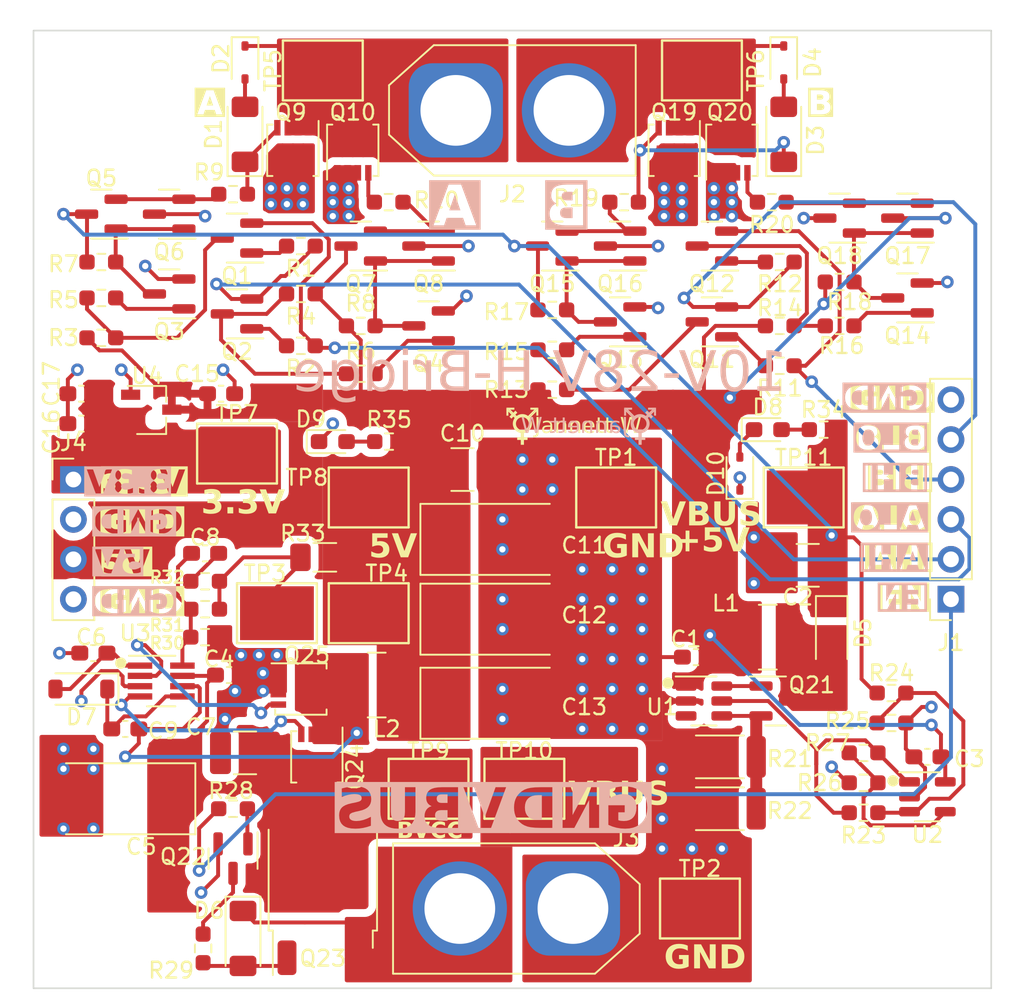
<source format=kicad_pcb>
(kicad_pcb (version 20221018) (generator pcbnew)
  (layers (0 "F.Cu" signal) (1 "In1.Cu" signal) (2 "In2.Cu" signal) (31 "B.Cu" signal) (34 "B.Paste" user) (35 "F.Paste" user) (36 "B.SilkS" user "B.Silkscreen") (37 "F.SilkS" user "F.Silkscreen") (38 "B.Mask" user) (39 "F.Mask" user) (44 "Edge.Cuts" user))
  (net 0 "")
  (net 1 "+5V")
  (net 2 "GND")
  (net 3 "VBUS+5V")
  (net 4 "/BUCK_VCC")
  (net 5 "+5.5V")
  (net 6 "/BUCK_FB")
  (net 7 "Net-(C8-Pad2)")
  (net 8 "Net-(D7-K)")
  (net 9 "/BUCK_SW")
  (net 10 "+3.3V")
  (net 11 "Net-(D1-K)")
  (net 12 "Net-(D1-A)")
  (net 13 "OUT_A")
  (net 14 "Net-(D3-K)")
  (net 15 "Net-(D3-A)")
  (net 16 "OUT_B")
  (net 17 "/BOOST_SW")
  (net 18 "VBUS")
  (net 19 "Net-(D6-A)")
  (net 20 "Net-(Q1-B)")
  (net 21 "LO_LOGIC_A")
  (net 22 "Net-(Q1-C)")
  (net 23 "Net-(Q2-B)")
  (net 24 "HI_LOGIC_A")
  (net 25 "Net-(Q2-C)")
  (net 26 "Net-(Q3-B)")
  (net 27 "Net-(Q3-C)")
  (net 28 "Net-(Q4-B)")
  (net 29 "Net-(Q4-C)")
  (net 30 "Net-(Q5-E)")
  (net 31 "Net-(Q7-E)")
  (net 32 "Net-(Q10-G)")
  (net 33 "Net-(Q11-B)")
  (net 34 "LO_LOGIC_B")
  (net 35 "Net-(Q11-C)")
  (net 36 "Net-(Q12-B)")
  (net 37 "HI_LOGIC_B")
  (net 38 "Net-(Q12-C)")
  (net 39 "Net-(Q13-B)")
  (net 40 "Net-(Q13-C)")
  (net 41 "Net-(Q14-B)")
  (net 42 "Net-(Q14-C)")
  (net 43 "Net-(Q15-E)")
  (net 44 "Net-(Q17-E)")
  (net 45 "Net-(Q20-G)")
  (net 46 "Net-(Q21-B)")
  (net 47 "Net-(Q21-E)")
  (net 48 "Net-(Q22-B)")
  (net 49 "Net-(Q22-C)")
  (net 50 "Net-(Q24-G)")
  (net 51 "Net-(Q25-G)")
  (net 52 "Net-(U2-+)")
  (net 53 "/BOOST_FB")
  (net 54 "Net-(U2--)")
  (net 55 "PWR_ENABLE")
  (net 56 "Net-(R31-Pad2)")
  (net 58 "Net-(D8-A)")
  (net 59 "Net-(D9-A)")
  (net 60 "Net-(D10-A)")
  (footprint "Resistor_SMD:R_2010_5025Metric" (layer "F.Cu") (at 145.288 100.33)
    (fp_text reference "R22")
    (fp_text value "0.39")
  )
  (footprint "Package_TO_SOT_SMD:SOT-23-5" (layer "F.Cu") (at 158.496 99.568)
    (fp_text reference "U2")
    (fp_text value "OPA344NA/250")
  )
  (footprint "LED_SMD:LED_0603_1608Metric_Pad1.05x0.95mm_HandSolder" (layer "F.Cu") (at 148.336 76.2)
    (fp_text reference "D8")
    (fp_text value "LED")
  )
  (footprint "Resistor_SMD:R_0603_1608Metric_Pad0.98x0.95mm_HandSolder" (layer "F.Cu") (at 114.3 61.214)
    (fp_text reference "R9")
    (fp_text value "1k")
  )
  (footprint "Connector_AMASS:AMASS_XT60-F_1x02_P7.20mm_Vertical" (layer "F.Cu") (at 135.934 106.68 180)
    (fp_text reference "J3")
    (fp_text value "XT60-F")
  )
  (footprint "Resistor_SMD:R_0603_1608Metric_Pad0.98x0.95mm_HandSolder" (layer "F.Cu") (at 105.918 65.532)
    (fp_text reference "R7")
    (fp_text value "10k")
  )
  (footprint "Package_TO_SOT_SMD:TO-252-2" (layer "F.Cu") (at 120.015 104.775 90)
    (fp_text reference "Q23")
    (fp_text value "QM6015D")
  )
  (footprint "Diode_SMD:D_MiniMELF" (layer "F.Cu") (at 115.062 57.404 90)
    (fp_text reference "D1")
    (fp_text value "BZV55B10")
  )
  (footprint "Resistor_SMD:R_0603_1608Metric_Pad0.98x0.95mm_HandSolder" (layer "F.Cu") (at 124.206 61.722 180)
    (fp_text reference "R10")
    (fp_text value "100")
  )
  (footprint "Capacitor_SMD:C_0603_1608Metric_Pad1.08x0.95mm_HandSolder" (layer "F.Cu") (at 158.496 97.028 180)
    (fp_text reference "C3")
    (fp_text value "0.1uF")
  )
  (footprint "Package_TO_SOT_SMD:SOT-23-8_Handsoldering" (layer "F.Cu") (at 109.728 92.202)
    (fp_text reference "U3")
    (fp_text value "RT8110BGJ8")
  )
  (footprint "Connector_AMASS:AMASS_XT60-M_1x02_P7.20mm_Vertical" (layer "F.Cu") (at 128.48 55.88)
    (fp_text reference "J2")
    (fp_text value "XT60-M")
  )
  (footprint "Resistor_SMD:R_0603_1608Metric_Pad0.98x0.95mm_HandSolder" (layer "F.Cu") (at 154.432 98.679)
    (fp_text reference "R26")
    (fp_text value "12k")
  )
  (footprint "Resistor_SMD:R_0603_1608Metric_Pad0.98x0.95mm_HandSolder" (layer "F.Cu") (at 122.428 72.644)
    (fp_text reference "R6")
    (fp_text value "10k")
  )
  (footprint "Diode_SMD:D_MiniMELF" (layer "F.Cu") (at 114.935 108.585 -90)
    (fp_text reference "D6")
    (fp_text value "BZV55B10")
  )
  (footprint "Resistor_SMD:R_0603_1608Metric_Pad0.98x0.95mm_HandSolder" (layer "F.Cu") (at 122.428 69.596)
    (fp_text reference "R8")
    (fp_text value "10k")
  )
  (footprint "Resistor_SMD:R_0603_1608Metric_Pad0.98x0.95mm_HandSolder" (layer "F.Cu") (at 124.233 76.962 180)
    (fp_text reference "R35")
    (fp_text value "1k")
  )
  (footprint "Package_TO_SOT_SMD:SOT-23" (layer "F.Cu") (at 114.554 64.008 180)
    (fp_text reference "Q1")
    (fp_text value "MMBT3904")
  )
  (footprint "Resistor_SMD:R_0603_1608Metric_Pad0.98x0.95mm_HandSolder" (layer "F.Cu") (at 154.432 96.774)
    (fp_text reference "R27")
    (fp_text value "3k")
  )
  (footprint "Jarrett_Footprint_Library:TestPoint_Keystone_5016_Compact" (layer "F.Cu") (at 122.936 87.884)
    (fp_text reference "TP4")
    (fp_text value "5016")
  )
  (footprint "Package_SO:Vishay_PowerPAK_1212-8_Single" (layer "F.Cu") (at 146.05 58.42 90)
    (fp_text reference "Q20")
    (fp_text value "SiS176LDN")
  )
  (footprint "Capacitor_Tantalum_SMD:CP_EIA-7343-43_Kemet-X_Pad2.25x2.55mm_HandSolder" (layer "F.Cu") (at 130.81 88.265)
    (fp_text reference "C12")
    (fp_text value "68uF")
  )
  (footprint "Package_SO:Vishay_PowerPAK_1212-8_Single" (layer "F.Cu") (at 119.634 97.028 -90)
    (fp_text reference "Q24")
    (fp_text value "SiS176LDN")
  )
  (footprint "Capacitor_SMD:C_0603_1608Metric_Pad1.08x0.95mm_HandSolder" (layer "F.Cu") (at 104.648 73.914 180)
    (fp_text reference "C17")
    (fp_text value "2.2uF")
  )
  (footprint "MountingHole:MountingHole_3.2mm_M3" (layer "F.Cu") (at 157.48 55.88)
    (fp_text reference "H2" hide)
    (fp_text value "MountingHole")
  )
  (footprint "Package_TO_SOT_SMD:SOT-23" (layer "F.Cu") (at 134.62 64.516 180)
    (fp_text reference "Q15")
    (fp_text value "MMBT3904")
  )
  (footprint "Resistor_SMD:R_0603_1608Metric_Pad0.98x0.95mm_HandSolder" (layer "F.Cu") (at 148.59 61.722 180)
    (fp_text reference "R20")
    (fp_text value "100")
  )
  (footprint "Package_TO_SOT_SMD:SOT-23" (layer "F.Cu") (at 122.428 64.516 180)
    (fp_text reference "Q7")
    (fp_text value "MMBT3904")
  )
  (footprint "Package_TO_SOT_SMD:SOT-23" (layer "F.Cu") (at 138.938 64.516 180)
    (fp_text reference "Q16")
    (fp_text value "MMBT3906")
  )
  (footprint "Capacitor_Tantalum_SMD:CP_EIA-7343-43_Kemet-X_Pad2.25x2.55mm_HandSolder" (layer "F.Cu") (at 130.81 93.615)
    (fp_text reference "C13")
    (fp_text value "68uF")
  )
  (footprint "Package_TO_SOT_SMD:SOT-23" (layer "F.Cu") (at 110.236 62.484 180)
    (fp_text reference "Q6")
    (fp_text value "MMBT3906")
  )
  (footprint "Resistor_SMD:R_0603_1608Metric_Pad0.98x0.95mm_HandSolder" (layer "F.Cu") (at 149.098 69.596)
    (fp_text reference "R14")
    (fp_text value "10k")
  )
  (footprint "Jarrett_Footprint_Library:TestPoint_Keystone_5016_Compact" (layer "F.Cu") (at 138.684 80.518)
    (fp_text reference "TP1")
    (fp_text value "5016")
  )
  (footprint "Capacitor_SMD:C_0603_1608Metric_Pad1.08x0.95mm_HandSolder" (layer "F.Cu") (at 113.538 73.914)
    (fp_text reference "C15")
    (fp_text value "0.1uF")
  )
  (footprint "Resistor_SMD:R_0603_1608Metric_Pad0.98x0.95mm_HandSolder" (layer "F.Cu") (at 105.918 70.358)
    (fp_text reference "R3")
    (fp_text value "10k")
  )
  (footprint "Diode_SMD:D_SOD-323" (layer "F.Cu") (at 146.558 78.994 90)
    (fp_text reference "D10")
    (fp_text value "1N4148WS")
  )
  (footprint "Jarrett_Footprint_Library:TestPoint_Keystone_5016_Compact" (layer "F.Cu") (at 117.094 87.884)
    (fp_text reference "TP3")
    (fp_text value "5016")
  )
  (footprint "Resistor_SMD:R_0603_1608Metric_Pad0.98x0.95mm_HandSolder" (layer "F.Cu") (at 112.522 89.408)
    (fp_text reference "R30")
    (fp_text value "15k")
  )
  (footprint "Resistor_SMD:R_0603_1608Metric_Pad0.98x0.95mm_HandSolder" (layer "F.Cu") (at 134.62 71.12)
    (fp_text reference "R15")
    (fp_text value "10k")
  )
  (footprint "Package_TO_SOT_SMD:SOT-23" (layer "F.Cu") (at 152.908 62.738 180)
    (fp_text reference "Q18")
    (fp_text value "MMBT3906")
  )
  (footprint "Package_TO_SOT_SMD:SOT-23-6" (layer "F.Cu") (at 144.272 93.472)
    (fp_text reference "U1")
    (fp_text value "ZXSC420E6TA")
  )
  (footprint "Capacitor_SMD:C_0603_1608Metric_Pad1.08x0.95mm_HandSolder" (layer "F.Cu") (at 114.046 91.821)
    (fp_text reference "C4")
    (fp_text value "0.1uF")
  )
  (footprint "Jarrett_Footprint_Library:Trans_Symbol" (layer "F.Cu") (at 132.715 75.819)
    (fp_text reference "SYMBOL2" hide)
    (fp_text value "~")
  )
  (footprint "Resistor_SMD:R_0603_1608Metric_Pad0.98x0.95mm_HandSolder" (layer "F.Cu") (at 156.21 92.964)
    (fp_text reference "R24")
    (fp_text value "12k")
  )
  (footprint "Package_SO:Vishay_PowerPAK_1212-8_Single" (layer "F.Cu") (at 118.11 58.42 -90)
    (fp_text reference "Q9")
    (fp_text value "SiS176LDN")
  )
  (footprint "Package_TO_SOT_SMD:SOT-23" (layer "F.Cu") (at 126.746 64.516 180)
    (fp_text reference "Q8")
    (fp_text value "MMBT3906")
  )
  (footprint "Diode_SMD:D_SOD-323" (layer "F.Cu") (at 149.352 52.832 -90)
    (fp_text reference "D4")
    (fp_text value "1N4148WS")
  )
  (footprint "Resistor_SMD:R_0603_1608Metric_Pad0.98x0.95mm_HandSolder" (layer "F.Cu") (at 152.908 69.596)
    (fp_text reference "R16")
    (fp_text value "10k")
  )
  (footprint "Jarrett_Footprint_Library:TestPoint_Keystone_5016_Compact" (layer "F.Cu") (at 144.018 106.68)
    (fp_text reference "TP2")
    (fp_text value "5016")
  )
  (footprint "Resistor_SMD:R_0603_1608Metric_Pad0.98x0.95mm_HandSolder" (layer "F.Cu") (at 112.522 85.852)
    (fp_text reference "R32")
    (fp_text value "20k")
  )
  (footprint "Resistor_SMD:R_0603_1608Metric_Pad0.98x0.95mm_HandSolder" (layer "F.Cu") (at 152.908 66.802)
    (fp_text reference "R18")
    (fp_text value "10k")
  )
  (footprint "Connector_PinSocket_2.54mm:PinSocket_1x06_P2.54mm_Vertical" (layer "F.Cu") (at 159.995 86.995 180)
    (fp_text reference "J1")
    (fp_text value "Conn_01x06")
  )
  (footprint "Resistor_SMD:R_0603_1608Metric_Pad0.98x0.95mm_HandSolder" (layer "F.Cu") (at 149.098 65.532 180)
    (fp_text reference "R12")
    (fp_text value "10k")
  )
  (footprint "Package_TO_SOT_SMD:SOT-23" (layer "F.Cu") (at 157.226 62.738 180)
    (fp_text reference "Q17")
    (fp_text value "MMBT3904")
  )
  (footprint "Diode_SMD:D_SOD-323" (layer "F.Cu") (at 115.062 52.832 -90)
    (fp_text reference "D2")
    (fp_text value "1N4148WS")
  )
  (footprint "Diode_SMD:D_SOD-123" (layer "F.Cu") (at 104.648 92.71 180)
    (fp_text reference "D7")
    (fp_text value "MBR0540")
  )
  (footprint "Inductor_SMD:L_Coilcraft_LPS4018" (layer "F.Cu") (at 148.336 89.408)
    (fp_text reference "L1")
    (fp_text value "4.7uH")
  )
  (footprint "Capacitor_Tantalum_SMD:CP_EIA-7343-43_Kemet-X_Pad2.25x2.55mm_HandSolder" (layer "F.Cu") (at 130.81 83.185)
    (fp_text reference "C11")
    (fp_text value "68uF")
  )
  (footprint "Resistor_SMD:R_0603_1608Metric_Pad0.98x0.95mm_HandSolder" (layer "F.Cu") (at 134.62 73.66)
    (fp_text reference "R13")
    (fp_text value "10k")
  )
  (footprint "Capacitor_SMD:C_0603_1608Metric_Pad1.08x0.95mm_HandSolder" (layer "F.Cu") (at 104.648 75.819 180)
    (fp_text reference "C16")
    (fp_text value "0.1uF")
  )
  (footprint "Resistor_SMD:R_0603_1608Metric_Pad0.98x0.95mm_HandSolder" (layer "F.Cu") (at 139.192 61.722)
    (fp_text reference "R19")
    (fp_text value "1k")
  )
  (footprint "Jarrett_Footprint_Library:TestPoint_Keystone_5016_Compact" (layer "F.Cu") (at 150.622 80.518)
    (fp_text reference "TP11")
    (fp_text value "5016")
  )
  (footprint "Resistor_SMD:R_0603_1608Metric_Pad0.98x0.95mm_HandSolder" (layer "F.Cu") (at 118.618 70.866 180)
    (fp_text reference "R2")
    (fp_text value "10k")
  )
  (footprint "Resistor_SMD:R_0603_1608Metric_Pad0.98x0.95mm_HandSolder" (layer "F.Cu") (at 114.3 100.33 180)
    (fp_text reference "R28")
    (fp_text value "10k")
  )
  (footprint "Resistor_SMD:R_0603_1608Metric_Pad0.98x0.95mm_HandSolder" (layer "F.Cu") (at 112.522 87.63)
    (fp_text reference "R31")
    (fp_text value "47k")
  )
  (footprint "Resistor_SMD:R_0603_1608Metric_Pad0.98x0.95mm_HandSolder" (layer "F.Cu") (at 118.618 67.564 180)
    (fp_text reference "R4")
    (fp_text value "10k")
  )
  (footprint "Capacitor_SMD:C_1210_3225Metric_Pad1.33x2.70mm_HandSolder" (layer "F.Cu") (at 128.905 78.74)
    (fp_text reference "C10")
    (fp_text value "22uF")
  )
  (footprint "Resistor_SMD:R_2010_5025Metric" (layer "F.Cu") (at 145.288 97.028)
    (fp_text reference "R21")
    (fp_text value "0.39")
  )
  (footprint "Resistor_SMD:R_0603_1608Metric_Pad0.98x0.95mm_HandSolder" (layer "F.Cu") (at 156.21 94.869)
    (fp_text reference "R25")
    (fp_text value "3k")
  )
  (footprint "Resistor_SMD:R_0603_1608Metric_Pad0.98x0.95mm_HandSolder" (layer "F.Cu") (at 149.098 72.136 180)
    (fp_text reference "R11")
    (fp_text value "10k")
  )
  (footprint "Connector_PinHeader_2.54mm:PinHeader_1x04_P2.54mm_Vertical" (layer "F.Cu") (at 104.14 79.375)
    (fp_text reference "J4")
    (fp_text value "Conn_01x04")
  )
  (footprint "Diode_SMD:D_SOD-123" (layer "F.Cu") (at 152.4 89.154 -90)
    (fp_text reference "D5")
    (fp_text value "MBR0540")
  )
  (footprint "Resistor_SMD:R_0603_1608Metric_Pad0.98x0.95mm_HandSolder" (layer "F.Cu") (at 151.892 76.2 180)
    (fp_text reference "R34")
    (fp_text value "1k")
  )
  (footprint "Package_SO:Vishay_PowerPAK_1212-8_Single" (layer "F.Cu") (at 121.92 58.42 90)
    (fp_text reference "Q10")
    (fp_text value "SiS176LDN")
  )
  (footprint "Resistor_SMD:R_0603_1608Metric_Pad0.98x0.95mm_HandSolder" (layer "F.Cu") (at 112.395 109.22 90)
    (fp_text reference "R29")
    (fp_text value "10k")
  )
  (footprint "Package_TO_SOT_SMD:TSOT-23" (layer "F.Cu") (at 109.093 74.93)
    (fp_text reference "U4")
    (fp_text value "AP2138N-3.3TRG1")
  )
  (footprint "Jarrett_Footprint_Library:TestPoint_Keystone_5016_Compact" (layer "F.Cu") (at 122.936 80.518)
    (fp_text reference "TP8")
    (fp_text value "5016")
  )
  (footprint "Diode_SMD:D_MiniMELF" (layer "F.Cu") (at 149.352 57.404 90)
    (fp_text reference "D3")
    (fp_text value "BZV55B10")
  )
  (footprint "Resistor_SMD:R_0603_1608Metric_Pad0.98x0.95mm_HandSolder" (layer "F.Cu") (at 134.62 68.58)
    (fp_text reference "R17")
    (fp_text value "10k")
  )
  (footprint "Inductor_SMD:L_Coilcraft_LPS4018" (layer "F.Cu") (at 123.444 92.456)
    (fp_text reference "L2")
    (fp_text value "4.7uH")
  )
  (footprint "Capacitor_SMD:C_0603_1608Metric_Pad1.08x0.95mm_HandSolder" (layer "F.Cu") (at 107.442 95.25)
    (fp_text reference "C9")
    (fp_text value "0.1uF")
  )
  (footprint "Capacitor_SMD:C_1210_3225Metric_Pad1.33x2.70mm_HandSolder" (layer "F.Cu") (at 115.062 96.774 180)
    (fp_text reference "C7")
    (fp_text value "22uF")
  )
  (footprint "Jarrett_Footprint_Library:TestPoint_Keystone_5016_Compact" (layer "F.Cu") (at 114.554 77.724)
    (fp_text reference "TP7")
    (fp_text value "5016")
  )
  (footprint "MountingHole:MountingHole_3.2mm_M3" (layer "F.Cu") (at 157.48 106.68)
    (fp_text reference "H4" hide)
    (fp_text value "MountingHole")
  )
  (footprint "Package_TO_SOT_SMD:SOT-23" (layer "F.Cu") (at 138.938 69.342 180)
    (fp_text reference "Q13")
    (fp_text value "MMBT3904")
  )
  (footprint "Package_TO_SOT_SMD:SOT-23" (layer "F.Cu") (at 114.554 68.834 180)
    (fp_text reference "Q2")
    (fp_text value "MMBT3904")
  )
  (footprint "Package_SO:Vishay_PowerPAK_1212-8_Single" (layer "F.Cu") (at 118.618 92.71)
    (fp_text reference "Q25")
    (fp_text value "SiS176LDN")
  )
  (footprint "Jarrett_Footprint_Library:TestPoint_Keystone_5016_Compact" (layer "F.Cu") (at 144.145 53.34)
    (fp_text reference "TP6")
    (fp_text value "5016")
  )
  (footprint "Resistor_SMD:R_0603_1608Metric_Pad0.98x0.95mm_HandSolder" (layer "F.Cu") (at 105.918 67.818)
    (fp_text reference "R5")
    (fp_text value "10k")
  )
  (footprint "Package_TO_SOT_SMD:SOT-23" (layer "F.Cu") (at 126.746 69.596 180)
    (fp_text reference "Q4")
    (fp_text value "MMBT3904")
  )
  (footprint "Package_SO:Vishay_PowerPAK_1212-8_Single" (layer "F.Cu") (at 142.38 58.42 -90)
    (fp_text reference "Q19")
    (fp_text value "SiS176LDN")
  )
  (footprint "Capacitor_SMD:C_1210_3225Metric_Pad1.33x2.70mm_HandSolder" (layer "F.Cu") (at 150.876 84.836 180)
    (fp_text reference "C2")
    (fp_text value "22uF")
  )
  (footprint "Capacitor_SMD:C_0603_1608Metric_Pad1.08x0.95mm_HandSolder" (layer "F.Cu") (at 105.41 90.424 180)
    (fp_text reference "C6")
    (fp_text value "2.2uF")
  )
  (footprint "Resistor_SMD:R_0603_1608Metric_Pad0.98x0.95mm_HandSolder" (layer "F.Cu") (at 118.618 64.516 180)
    (fp_text reference "R1")
    (fp_text value "10k")
  )
  (footprint "Package_TO_SOT_SMD:SOT-23" (layer "F.Cu") (at 144.78 69.342 180)
    (fp_text reference "Q11")
    (fp_text value "MMBT3904")
  )
  (footprint "MountingHole:MountingHole_3.2mm_M3" (layer "F.Cu") (at 106.68 106.68)
    (fp_text reference "H3" hide)
    (fp_text value "MountingHole")
  )
  (footprint "LED_SMD:LED_0603_1608Metric_Pad1.05x0.95mm_HandSolder" (layer "F.Cu") (at 120.65 76.962)
    (fp_text reference "D9")
    (fp_text value "LED")
  )
  (footprint "Capacitor_SMD:C_0603_1608Metric_Pad1.08x0.95mm_HandSolder" (layer "F.Cu") (at 112.522 84.074)
    (fp_text reference "C8")
    (fp_text value "20pF")
  )
  (footprint "Resistor_SMD:R_0603_1608Metric_Pad0.98x0.95mm_HandSolder" (layer "F.Cu") (at 154.432 100.584 180)
    (fp_text reference "R23")
    (fp_text value "0")
  )
  (footprint "Package_TO_SOT_SMD:SOT-23" (layer "F.Cu") (at 148.844 93.472)
    (fp_text reference "Q21")
    (fp_text value "MMBT3904")
  )
  (footprint "Resistor_SMD:R_1206_3216Metric_Pad1.30x1.75mm_HandSolder" (layer "F.Cu") (at 120.142 84.328)
    (fp_text reference "R33")
    (fp_text value "20")
  )
  (footprint "Package_TO_SOT_SMD:SOT-23" (layer "F.Cu") (at 114.3 103.505 -90)
    (fp_text reference "Q22")
    (fp_text value "MMBT3904")
  )
  (footprint "Capacitor_Tantalum_SMD:CP_EIA-7343-43_Kemet-X_Pad2.25x2.55mm_HandSolder" (layer "F.Cu") (at 107.315 99.695 180)
    (fp_text reference "C5")
    (fp_text value "47uF")
  )
  (footprint "Package_TO_SOT_SMD:SOT-23" (layer "F.Cu") (at 105.918 62.484 180)
    (fp_text reference "Q5")
    (fp_text value "MMBT3904")
  )
  (footprint "Jarrett_Footprint_Library:TestPoint_Keystone_5016_Compact" (layer "F.Cu") (at 120.015 53.34)
    (fp_text reference "TP5")
    (fp_text value "5016")
  )
  (footprint "Package_TO_SOT_SMD:SOT-23" (layer "F.Cu") (at 157.226 67.818 180)
    (fp_text reference "Q14")
    (fp_text value "MMBT3904")
  )
  (footprint "Jarrett_Footprint_Library:TestPoint_Keystone_5016_Compact" (layer "F.Cu") (at 126.746 99.06)
    (fp_text reference "TP9")
    (fp_text value "5016")
  )
  (footprint "Jarrett_Footprint_Library:TestPoint_Keystone_5016_Compact" (layer "F.Cu") (at 132.842 99.06)
    (fp_text reference "TP10")
    (fp_text value "5016")
  )
  (footprint "Package_TO_SOT_SMD:SOT-23" (layer "F.Cu") (at 144.78 64.516 180)
    (fp_text reference "Q12")
    (fp_text value "MMBT3904")
  )
  (footprint "Package_TO_SOT_SMD:SOT-23" (layer "F.Cu") (at 110.236 67.564 180)
    (fp_text reference "Q3")
    (fp_text value "MMBT3904")
  )
  (footprint "MountingHole:MountingHole_3.2mm_M3" (layer "F.Cu") (at 106.68 55.88)
    (fp_text reference "H1" hide)
    (fp_text value "MountingHole")
  )
  (footprint "Capacitor_SMD:C_0603_1608Metric_Pad1.08x0.95mm_HandSolder" (layer "F.Cu") (at 143.764 90.678 180)
    (fp_text reference "C1")
    (fp_text value "2.2uF")
  )
  (footprint "Jarrett_Footprint_Library:Trans_Symbol" (layer "B.Cu") (at 140.208 75.819 180)
    (fp_text reference "SYMBOL1" hide)
    (fp_text value "~")
  )
  (gr_circle (center 156.307019 98.552) (end 156.591 98.552) (stroke (width 0.15)) (fill solid) (layer "F.SilkS"))
  (gr_circle (center 141.986 92.329) (end 142.269981 92.329) (stroke (width 0.15)) (fill solid) (layer "F.SilkS"))
  (gr_circle (center 107.158019 91.059) (end 107.442 91.059) (stroke (width 0.15)) (fill solid) (layer "F.SilkS"))
  (gr_rect (start 101.6 50.8) (end 162.56 111.76) (stroke (width 0.1)) (fill none) (layer "Edge.Cuts"))
  (gr_text "5V" (at 108.585 85.598) (layer "B.SilkS" knockout) (effects (font (size 1.5 1.5) (thickness 0.3) bold) (justify left bottom mirror)))
  (gr_text "GND" (at 110.617 83.058) (layer "B.SilkS" knockout) (effects (font (size 1.5 1.5) (thickness 0.3) bold) (justify left bottom mirror)))
  (gr_text "GND" (at 140.843 101.981) (layer "B.SilkS" knockout) (effects (font (size 2.54 2.54) (thickness 0.3) bold) (justify left bottom mirror)))
  (gr_text "GND" (at 110.617 88.138) (layer "B.SilkS" knockout) (effects (font (size 1.5 1.5) (thickness 0.3) bold) (justify left bottom mirror)))
  (gr_text "EN" (at 158.496 87.884) (layer "B.SilkS" knockout) (effects (font (size 1.5 1.5) (thickness 0.3) bold) (justify left bottom mirror)))
  (gr_text "B" (at 136.906 63.627) (layer "B.SilkS" knockout) (effects (font (size 2.54 2.54) (thickness 0.3) bold) (justify left bottom mirror)))
  (gr_text "ALO" (at 158.369 82.804) (layer "B.SilkS" knockout) (effects (font (size 1.5 1.5) (thickness 0.3) bold) (justify left bottom mirror)))
  (gr_text "A" (at 129.794 63.627) (layer "B.SilkS" knockout) (effects (font (size 2.54 2.54) (thickness 0.3) bold) (justify left bottom mirror)))
  (gr_text "BLO" (at 158.496 77.724) (layer "B.SilkS" knockout) (effects (font (size 1.5 1.5) (thickness 0.3) bold) (justify left bottom mirror)))
  (gr_text "3.3V" (at 110.327084 80.518) (layer "B.SilkS" knockout) (effects (font (size 1.5 1.5) (thickness 0.3) bold) (justify left bottom mirror)))
  (gr_text "AHI" (at 158.369 85.344) (layer "B.SilkS" knockout) (effects (font (size 1.5 1.5) (thickness 0.3) bold) (justify left bottom mirror)))
  (gr_text "Jannett W" (at 139.446 76.581) (layer "B.SilkS") (effects (font (size 1 1)) (justify left bottom mirror)))
  (gr_text "GND" (at 158.369 75.184) (layer "B.SilkS" knockout) (effects (font (size 1.5 1.5) (thickness 0.3) bold) (justify left bottom mirror)))
  (gr_text "BHI" (at 158.496 80.264) (layer "B.SilkS" knockout) (effects (font (size 1.5 1.5) (thickness 0.3) bold) (justify left bottom mirror)))
  (gr_text "10V-28V H-Bridge" (at 149.606 74.168) (layer "B.SilkS") (effects (font (size 2.54 2.54) (thickness 0.15) italic) (justify left bottom mirror)))
  (gr_text "VBUS" (at 131.699 101.981) (layer "B.SilkS" knockout) (effects (font (size 2.54 2.54) (thickness 0.3) bold) (justify left bottom mirror)))
  (gr_text "BHI" (at 154.686 80.264) (layer "F.SilkS" knockout) (effects (font (size 1.5 1.5) (thickness 0.3) bold) (justify left bottom)))
  (gr_text "+5V" (at 147.193 84.201) (layer "F.SilkS") (effects (font (size 1.5 1.5) (thickness 0.3) bold) (justify right bottom)))
  (gr_text "AHI" (at 154.686 85.344) (layer "F.SilkS" knockout) (effects (font (size 1.5 1.5) (thickness 0.3) bold) (justify left bottom)))
  (gr_text "GND" (at 105.918 83.058) (layer "F.SilkS" knockout) (effects (font (size 1.5 1.5) (thickness 0.3) bold) (justify left bottom)))
  (gr_text "3.3V" (at 112.268 81.788) (layer "F.SilkS") (effects (font (size 1.5 1.5) (thickness 0.3) bold) (justify left bottom)))
  (gr_text "GND" (at 141.732 110.744) (layer "F.SilkS") (effects (font (size 1.5 1.5) (thickness 0.3) bold) (justify left bottom)))
  (gr_text "VBUS" (at 135.636 100.33) (layer "F.SilkS") (effects (font (size 1.5 1.5) (thickness 0.3) bold) (justify left bottom)))
  (gr_text "Jannett W" (at 133.477 76.581) (layer "F.SilkS") (effects (font (size 1 1)) (justify left bottom)))
  (gr_text "B" (at 150.876 56.388) (layer "F.SilkS" knockout) (effects (font (size 1.5 1.5) (thickness 0.3) bold) (justify left bottom)))
  (gr_text "GND" (at 153.67 75.184) (layer "F.SilkS" knockout) (effects (font (size 1.5 1.5) (thickness 0.3) bold) (justify left bottom)))
  (gr_text "GND" (at 105.918 88.138) (layer "F.SilkS" knockout) (effects (font (size 1.5 1.5) (thickness 0.3) bold) (justify left bottom)))
  (gr_text "EN" (at 155.448 87.884) (layer "F.SilkS" knockout) (effects (font (size 1.5 1.5) (thickness 0.3) bold) (justify left bottom)))
  (gr_text "5V" (at 105.918 85.598) (layer "F.SilkS" knockout) (effects (font (size 1.5 1.5) (thickness 0.3) bold) (justify left bottom)))
  (gr_text "BVCC" (at 124.714 102.362) (layer "F.SilkS") (effects (font (size 1.016 1.016) (thickness 0.254) bold) (justify left bottom)))
  (gr_text "3.3V" (at 105.918 80.518) (layer "F.SilkS" knockout) (effects (font (size 1.5 1.5) (thickness 0.3) bold) (justify left bottom)))
  (gr_text "A" (at 112.014 56.388) (layer "F.SilkS" knockout) (effects (font (size 1.5 1.5) (thickness 0.3) bold) (justify left bottom)))
  (gr_text "VBUS" (at 147.955 82.55) (layer "F.SilkS") (effects (font (size 1.5 1.5) (thickness 0.3) bold) (justify right bottom)))
  (gr_text "GND" (at 137.795 84.582) (layer "F.SilkS") (effects (font (size 1.5 1.5) (thickness 0.3) bold) (justify left bottom)))
  (gr_text "5V" (at 122.936 84.582) (layer "F.SilkS") (effects (font (size 1.5 1.5) (thickness 0.3) bold) (justify left bottom)))
  (gr_text "BLO" (at 153.924 77.724) (layer "F.SilkS" knockout) (effects (font (size 1.5 1.5) (thickness 0.3) bold) (justify left bottom)))
  (gr_text "ALO" (at 153.924 82.804) (layer "F.SilkS" knockout) (effects (font (size 1.5 1.5) (thickness 0.3) bold) (justify left bottom)))
  (segment (start 159.3585 97.028) (end 159.3585 95.6045) (width 0.25) (layer "F.Cu") (net 1))
  (segment (start 156.2885 62.738) (end 159.639 62.738) (width 0.25) (layer "F.Cu") (net 1))
  (segment (start 151.9955 66.802) (end 151.9955 68.0955) (width 0.25) (layer "F.Cu") (net 1))
  (segment (start 151.9955 68.0955) (end 151.892 68.199) (width 0.25) (layer "F.Cu") (net 1))
  (segment (start 121.4905 64.516) (end 121.4905 65.604) (width 0.25) (layer "F.Cu") (net 1))
  (segment (start 105.0055 70.358) (end 105.8055 71.158) (width 0.25) (layer "F.Cu") (net 1))
  (segment (start 122.428 70.5085) (end 122.428 74.295) (width 0.25) (layer "F.Cu") (net 1))
  (segment (start 105.8055 71.158) (end 107.226 71.158) (width 0.25) (layer "F.Cu") (net 1))
  (segment (start 159.6335 97.303) (end 159.3585 97.028) (width 0.25) (layer "F.Cu") (net 1))
  (segment (start 121.4905 65.604) (end 119.5305 67.564) (width 0.25) (layer "F.Cu") (net 1))
  (segment (start 145.004249 69.596) (end 144.272 70.328249) (width 0.25) (layer "F.Cu") (net 1))
  (segment (start 107.226 71.158) (end 109.474 73.406) (width 0.25) (layer "F.Cu") (net 1))
  (segment (start 121.5155 69.549) (end 119.5305 67.564) (width 0.25) (layer "F.Cu") (net 1))
  (segment (start 148.1855 69.596) (end 145.004249 69.596) (width 0.25) (layer "F.Cu") (net 1))
  (segment (start 144.272 70.328249) (end 144.272 73.914) (width 0.25) (layer "F.Cu") (net 1))
  (segment (start 121.5155 69.596) (end 122.428 70.5085) (width 0.25) (layer "F.Cu") (net 1))
  (segment (start 159.3585 95.6045) (end 158.75 94.996) (width 0.25) (layer "F.Cu") (net 1))
  (segment (start 121.5155 69.596) (end 121.5155 69.549) (width 0.25) (layer "F.Cu") (net 1))
  (segment (start 159.6335 98.618) (end 159.6335 97.303) (width 0.25) (layer "F.Cu") (net 1))
  (via (at 144.653 89.281) (size 0.8) (drill 0.4) (layers "F.Cu" "B.Cu") (net 1))
  (via (at 145.923 74.168) (size 0.8) (drill 0.4) (layers "F.Cu" "B.Cu") (net 1))
  (via (at 151.892 68.199) (size 0.8) (drill 0.4) (layers "F.Cu" "B.Cu") (net 1))
  (via (at 159.639 62.738) (size 0.8) (drill 0.4) (layers "F.Cu" "B.Cu") (net 1))
  (via (at 158.75 94.996) (size 0.8) (drill 0.4) (layers "F.Cu" "B.Cu") (net 1))
  (segment (start 145.923 74.168) (end 157.353 62.738) (width 0.25) (layer "B.Cu") (net 1))
  (segment (start 158.75 94.996) (end 150.368 94.996) (width 0.25) (layer "B.Cu") (net 1))
  (segment (start 150.368 94.996) (end 144.653 89.281) (width 0.25) (layer "B.Cu") (net 1))
  (segment (start 157.353 62.738) (end 159.639 62.738) (width 0.25) (layer "B.Cu") (net 1))
  (segment (start 114.4005 73.914) (end 114.4005 73.1255) (width 0.25) (layer "F.Cu") (net 2))
  (segment (start 107.783 73.98) (end 107.783 72.985) (width 0.25) (layer "F.Cu") (net 2))
  (segment (start 125.8085 64.516) (end 129.286 64.516) (width 0.25) (layer "F.Cu") (net 2))
  (segment (start 106.934 91.567) (end 105.918 91.567) (width 0.25) (layer "F.Cu") (net 2))
  (segment (start 158.1385 93.853) (end 157.1225 94.869) (width 0.25) (layer "F.Cu") (net 2))
  (segment (start 113.35 104.582) (end 112.268 105.664) (width 0.25) (layer "F.Cu") (net 2))
  (segment (start 138.0005 64.516) (end 141.351 64.516) (width 0.25) (layer "F.Cu") (net 2))
  (segment (start 120.65 76.087) (end 119.775 76.962) (width 0.25) (layer "F.Cu") (net 2))
  (segment (start 141.29 68.392) (end 141.351 68.453) (width 0.25) (layer "F.Cu") (net 2))
  (segment (start 109.54 66.614) (end 108.712 65.786) (width 0.25) (layer "F.Cu") (net 2))
  (segment (start 104.648 92.837) (end 104.648 93.472) (width 0.25) (layer "F.Cu") (net 2))
  (segment (start 104.5475 90.424) (end 103.251 90.424) (width 0.25) (layer "F.Cu") (net 2))
  (segment (start 105.918 91.567) (end 104.648 92.837) (width 0.25) (layer "F.Cu") (net 2))
  (segment (start 113.35 102.5675) (end 113.35 104.582) (width 0.25) (layer "F.Cu") (net 2))
  (segment (start 158.346 98.964751) (end 158.346 97.7405) (width 0.25) (layer "F.Cu") (net 2))
  (segment (start 103.7855 72.9985) (end 104.394 72.39) (width 0.25) (layer "F.Cu") (net 2))
  (segment (start 120.65 75.819) (end 120.65 76.087) (width 0.25) (layer "F.Cu") (net 2))
  (segment (start 114.4005 73.1255) (end 113.665 72.39) (width 0.25) (layer "F.Cu") (net 2))
  (segment (start 111.1735 66.614) (end 109.54 66.614) (width 0.25) (layer "F.Cu") (net 2))
  (segment (start 107.408 92.532) (end 107.273 92.397) (width 0.25) (layer "F.Cu") (net 2))
  (segment (start 142.9015 90.678) (end 141.224 90.678) (width 0.25) (layer "F.Cu") (net 2))
  (segment (start 157.1225 96.517) (end 157.6335 97.028) (width 0.25) (layer "F.Cu") (net 2))
  (segment (start 139.8755 68.392) (end 141.29 68.392) (width 0.25) (layer "F.Cu") (net 2))
  (segment (start 159.7 66.868) (end 159.766 66.802) (width 0.25) (layer "F.Cu") (net 2))
  (segment (start 151.9705 62.738) (end 150.622 62.738) (width 0.25) (layer "F.Cu") (net 2))
  (segment (start 157.1225 94.869) (end 157.1225 96.517) (width 0.25) (layer "F.Cu") (net 2))
  (segment (start 103.7855 73.914) (end 103.7855 72.9985) (width 0.25) (layer "F.Cu") (net 2))
  (segment (start 107.273 91.906) (end 106.934 91.567) (width 0.25) (layer "F.Cu") (net 2))
  (segment (start 127.6835 68.646) (end 128.204 68.646) (width 0.25) (layer "F.Cu") (net 2))
  (segment (start 128.204 68.646) (end 129.159 67.691) (width 0.25) (layer "F.Cu") (net 2))
  (segment (start 158.75 93.853) (end 158.1385 93.853) (width 0.25) (layer "F.Cu") (net 2))
  (segment (start 112.395 62.484) (end 112.522 62.611) (width 0.25) (layer "F.Cu") (net 2))
  (segment (start 107.273 92.397) (end 107.273 91.906) (width 0.25) (layer "F.Cu") (net 2))
  (segment (start 103.7855 75.819) (end 103.7855 73.914) (width 0.25) (layer "F.Cu") (net 2))
  (segment (start 158.1635 66.868) (end 159.7 66.868) (width 0.25) (layer "F.Cu") (net 2))
  (segment (start 109.2985 62.484) (end 112.395 62.484) (width 0.25) (layer "F.Cu") (net 2))
  (segment (start 157.3585 99.568) (end 157.742751 99.568) (width 0.25) (layer "F.Cu") (net 2))
  (segment (start 107.783 72.985) (end 107.188 72.39) (width 0.25) (layer "F.Cu") (net 2))
  (segment (start 157.742751 99.568) (end 158.346 98.964751) (width 0.25) (layer "F.Cu") (net 2))
  (segment (start 108.378 92.532) (end 107.408 92.532) (width 0.25) (layer "F.Cu") (net 2))
  (segment (start 158.346 97.7405) (end 157.6335 97.028) (width 0.25) (layer "F.Cu") (net 2))
  (via (at 121.666 60.833) (size 0.8) (drill 0.4) (layers "F.Cu" "B.Cu") (net 2))
  (via (at 132.715 80.01) (size 0.8) (drill 0.4) (layers "F.Cu" "B.Cu") (net 2))
  (via (at 136.525 92.71) (size 0.8) (drill 0.4) (layers "F.Cu" "B.Cu") (net 2))
  (via (at 144.907 60.833) (size 0.8) (drill 0.4) (layers "F.Cu" "B.Cu") (net 2))
  (via (at 113.665 72.39) (size 0.8) (drill 0.4) (layers "F.Cu" "B.Cu") (net 2))
  (via (at 105.41 101.6) (size 0.8) (drill 0.4) (layers "F.Cu" "B.Cu") (net 2))
  (via (at 105.41 97.79) (size 0.8) (drill 0.4) (layers "F.Cu" "B.Cu") (net 2))
  (via (at 141.351 68.453) (size 0.8) (drill 0.4) (layers "F.Cu" "B.Cu") (net 2))
  (via (at 121.666 62.611) (size 0.8) (drill 0.4) (layers "F.Cu" "B.Cu") (net 2))
  (via (at 105.41 96.52) (size 0.8) (drill 0.4) (layers "F.Cu" "B.Cu") (net 2))
  (via (at 136.525 88.9) (size 0.8) (drill 0.4) (layers "F.Cu" "B.Cu") (net 2))
  (via (at 140.335 95.25) (size 0.8) (drill 0.4) (layers "F.Cu" "B.Cu") (net 2))
  (via (at 112.268 105.664) (size 0.8) (drill 0.4) (layers "F.Cu" "B.Cu") (net 2))
  (via (at 115.951 90.551) (size 0.8) (drill 0.4) (layers "F.Cu" "B.Cu") (net 2))
  (via (at 132.715 78.105) (size 0.8) (drill 0.4) (layers "F.Cu" "B.Cu") (net 2))
  (via (at 136.525 90.805) (size 0.8) (drill 0.4) (layers "F.Cu" "B.Cu") (net 2))
  (via (at 117.094 90.551) (size 0.8) (drill 0.4) (layers "F.Cu" "B.Cu") (net 2))
  (via (at 104.394 72.39) (size 0.8) (drill 0.4) (layers "F.Cu" "B.Cu") (net 2))
  (via (at 136.525 86.995) (size 0.8) (drill 0.4) (layers "F.Cu" "B.Cu") (net 2))
  (via (at 141.605 100.965) (size 0.8) (drill 0.4) (layers "F.Cu" "B.Cu") (net 2))
  (via (at 114.808 90.551) (size 0.8) (drill 0.4) (layers "F.Cu" "B.Cu") (net 2))
  (via (at 134.62 78.105) (size 0.8) (drill 0.4) (layers "F.Cu" "B.Cu") (net 2))
  (via (at 113.792 94.615) (size 0.8) (drill 0.4) (layers "F.Cu" "B.Cu") (net 2))
  (via (at 131.445 83.82) (size 0.8) (drill 0.4) (layers "F.Cu" "B.Cu") (net 2))
  (via (at 146.05 60.833) (size 0.8) (drill 0.4) (layers "F.Cu" "B.Cu") (net 2))
  (via (at 140.335 85.09) (size 0.8) (drill 0.4) (layers "F.Cu" "B.Cu") (net 2))
  (via (at 103.505 97.79) (size 0.8) (drill 0.4) (layers "F.Cu" "B.Cu") (net 2))
  (via (at 144.907 61.722) (size 0.8) (drill 0.4) (layers "F.Cu" "B.Cu") (net 2))
  (via (at 145.415 102.87) (size 0.8) (drill 0.4) (layers "F.Cu" "B.Cu") (net 2))
  (via (at 120.65 75.819) (size 0.8) (drill 0.4) (layers "F.Cu" "B.Cu") (net 2))
  (via (at 141.351 64.516) (size 0.8) (drill 0.4) (layers "F.Cu" "B.Cu") (net 2))
  (via (at 147.447 83.058) (size 0.8) (drill 0.4) (layers "F.Cu" "B.Cu") (net 2))
  (via (at 103.505 101.6) (size 0.8) (drill 0.4) (layers "F.Cu" "B.Cu") (net 2))
  (via (at 141.605 102.87) (size 0.8) (drill 0.4) (layers "F.Cu" "B.Cu") (net 2))
  (via (at 134.62 80.01) (size 0.8) (drill 0.4) (layers "F.Cu" "B.Cu") (net 2))
  (via (at 138.43 95.25) (size 0.8) (drill 0.4) (layers "F.Cu" "B.Cu") (net 2))
  (via (at 138.43 92.71) (size 0.8) (drill 0.4) (layers "F.Cu" "B.Cu") (net 2))
  (via (at 103.251 90.424) (size 0.8) (drill 0.4) (layers "F.Cu" "B.Cu") (net 2))
  (via (at 120.65 61.722) (size 0.8) (drill 0.4) (layers "F.Cu" "B.Cu") (net 2))
  (via (at 131.445 86.995) (size 0.8) (drill 0.4) (layers "F.Cu" "B.Cu") (net 2))
  (via (at 129.159 67.691) (size 0.8) (drill 0.4) (layers "F.Cu" "B.Cu") (net 2))
  (via (at 140.335 88.9) (size 0.8) (drill 0.4) (layers "F.Cu" "B.Cu") (net 2))
  (via (at 146.05 62.611) (size 0.8) (drill 0.4) (layers "F.Cu" "B.Cu") (net 2))
  (via (at 108.712 65.786) (size 0.8) (drill 0.4) (layers "F.Cu" "B.Cu") (net 2))
  (via (at 138.43 88.9) (size 0.8) (drill 0.4) (layers "F.Cu" "B.Cu") (net 2))
  (via (at 138.43 86.995) (size 0.8) (drill 0.4) (layers "F.Cu" "B.Cu") (net 2))
  (via (at 159.766 66.802) (size 0.8) (drill 0.4) (layers "F.Cu" "B.Cu") (net 2))
  (via (at 147.447 85.979) (size 0.8) (drill 0.4) (layers "F.Cu" "B.Cu") (net 2))
  (via (at 150.622 62.738) (size 0.8) (drill 0.4) (layers "F.Cu" "B.Cu") (net 2))
  (via (at 138.43 90.805) (size 0.8) (drill 0.4) (layers "F.Cu" "B.Cu") (net 2))
  (via (at 138.43 85.09) (size 0.8) (drill 0.4) (layers "F.Cu" "B.Cu") (net 2))
  (via (at 116.205 91.694) (size 0.8) (drill 0.4) (layers "F.Cu" "B.Cu") (net 2))
  (via (at 158.75 93.853) (size 0.8) (drill 0.4) (layers "F.Cu" "B.Cu") (net 2))
  (via (at 120.65 60.833) (size 0.8) (drill 0.4) (layers "F.Cu" "B.Cu") (net 2))
  (via (at 131.445 81.915) (size 0.8) (drill 0.4) (layers "F.Cu" "B.Cu") (net 2))
  (via (at 121.666 61.722) (size 0.8) (drill 0.4) (layers "F.Cu" "B.Cu") (net 2))
  (via (at 146.05 61.722) (size 0.8) (drill 0.4) (layers "F.Cu" "B.Cu") (net 2))
  (via (at 107.188 72.39) (size 0.8) (drill 0.4) (layers "F.Cu" "B.Cu") (net 2))
  (via (at 114.427 92.837) (size 0.8) (drill 0.4) (layers "F.Cu" "B.Cu") (net 2))
  (via (at 140.335 92.71) (size 0.8) (drill 0.4) (layers "F.Cu" "B.Cu") (net 2))
  (via (at 144.907 62.611) (size 0.8) (drill 0.4) (layers "F.Cu" "B.Cu") (net 2))
  (via (at 131.445 92.71) (size 0.8) (drill 0.4) (layers "F.Cu" "B.Cu") (net 2))
  (via (at 104.648 93.472) (size 0.8) (drill 0.4) (layers "F.Cu" "B.Cu") (net 2))
  (via (at 131.445 94.615) (size 0.8) (drill 0.4) (layers "F.Cu" "B.Cu") (net 2))
  (via (at 140.335 90.805) (size 0.8) (drill 0.4) (layers "F.Cu" "B.Cu") (net 2))
  (via (at 143.51 102.87) (size 0.8) (drill 0.4) (layers "F.Cu" "B.Cu") (net 2))
  (via (at 116.205 92.837) (size 0.8) (drill 0.4) (layers "F.Cu" "B.Cu") (net 2))
  (via (at 112.522 62.611) (size 0.8) (drill 0.4) (layers "F.Cu" "B.Cu") (net 2))
  (via (at 141.605 97.79) (size 0.8) (drill 0.4) (layers "F.Cu" "B.Cu") (net 2))
  (via (at 103.505 96.52) (size 0.8) (drill 0.4) (layers "F.Cu" "B.Cu") (net 2))
  (via (at 120.65 62.611) (size 0.8) (drill 0.4) (layers "F.Cu" "B.Cu") (net 2))
  (via (at 140.335 86.995) (size 0.8) (drill 0.4) (layers "F.Cu" "B.Cu") (net 2))
  (via (at 136.525 95.25) (size 0.8) (drill 0.4) (layers "F.Cu" "B.Cu") (net 2))
  (via (at 129.286 64.516) (size 0.8) (drill 0.4) (layers "F.Cu" "B.Cu") (net 2))
  (via (at 136.525 85.09) (size 0.8) (drill 0.4) (layers "F.Cu" "B.Cu") (net 2))
  (via (at 131.445 88.9) (size 0.8) (drill 0.4) (layers "F.Cu" "B.Cu") (net 2))
  (segment (start 154.305 92.075) (end 154.305 83.566) (width 0.25) (layer "F.Cu") (net 3))
  (segment (start 155.2975 92.964) (end 155.194 92.964) (width 0.25) (layer "F.Cu") (net 3))
  (segment (start 154.305 83.566) (end 153.797 83.058) (width 0.25) (layer "F.Cu") (net 3))
  (segment (start 153.797 83.058) (end 153.162 83.058) (width 0.25) (layer "F.Cu") (net 3))
  (segment (start 105.0055 65.532) (end 105.0055 62.509) (width 0.25) (layer "F.Cu") (net 3))
  (segment (start 155.194 92.964) (end 154.305 92.075) (width 0.25) (layer "F.Cu") (net 3))
  (segment (start 132.207 64.516) (end 133.6825 64.516) (width 0.25) (layer "F.Cu") (net 3))
  (segment (start 105.0055 62.509) (end 104.9805 62.484) (width 0.25) (layer "F.Cu") (net 3))
  (segment (start 133.7075 68.58) (end 133.7075 64.541) (width 0.25) (layer "F.Cu") (net 3))
  (segment (start 133.7075 64.541) (end 133.6825 64.516) (width 0.25) (layer "F.Cu") (net 3))
  (segment (start 104.9805 62.484) (end 103.505 62.484) (width 0.25) (layer "F.Cu") (net 3))
  (via (at 132.207 64.516) (size 0.8) (drill 0.4) (layers "F.Cu" "B.Cu") (net 3))
  (via (at 152.4 82.931) (size 0.8) (drill 0.4) (layers "F.Cu" "B.Cu") (net 3))
  (via (at 103.505 62.484) (size 0.8) (drill 0.4) (layers "F.Cu" "B.Cu") (net 3))
  (segment (start 152.4 82.931) (end 152.4 82.55) (width 0.25) (layer "B.Cu") (net 3))
  (segment (start 103.505 62.484) (end 104.812 63.791) (width 0.25) (layer "B.Cu") (net 3))
  (segment (start 131.482 63.791) (end 132.207 64.516) (width 0.25) (layer "B.Cu") (net 3))
  (segment (start 134.366 64.516) (end 132.207 64.516) (width 0.25) (layer "B.Cu") (net 3))
  (segment (start 104.812 63.791) (end 131.482 63.791) (width 0.25) (layer "B.Cu") (net 3))
  (segment (start 152.4 82.55) (end 134.366 64.516) (width 0.25) (layer "B.Cu") (net 3))
  (segment (start 112.141 95.25) (end 112.141 95.758) (width 0.25) (layer "F.Cu") (net 4))
  (segment (start 113.1325 91.872) (end 113.1835 91.821) (width 0.25) (layer "F.Cu") (net 4))
  (segment (start 111.078 91.872) (end 113.1325 91.872) (width 0.25) (layer "F.Cu") (net 4))
  (segment (start 112.649 94.742) (end 112.141 95.25) (width 0.25) (layer "F.Cu") (net 4))
  (segment (start 112.649 92.329) (end 112.649 94.742) (width 0.25) (layer "F.Cu") (net 4))
  (segment (start 113.1835 91.821) (end 113.157 91.821) (width 0.25) (layer "F.Cu") (net 4))
  (segment (start 113.157 91.821) (end 112.649 92.329) (width 0.25) (layer "F.Cu") (net 4))
  (segment (start 103.93625 92.71) (end 102.998 92.71) (width 0.25) (layer "F.Cu") (net 5))
  (segment (start 107.478 91.222) (end 108.378 91.222) (width 0.25) (layer "F.Cu") (net 5))
  (segment (start 106.22225 90.424) (end 103.93625 92.71) (width 0.25) (layer "F.Cu") (net 5))
  (segment (start 106.2725 90.424) (end 106.68 90.424) (width 0.25) (layer "F.Cu") (net 5))
  (segment (start 106.68 90.424) (end 107.478 91.222) (width 0.25) (layer "F.Cu") (net 5))
  (segment (start 106.2725 90.424) (end 106.22225 90.424) (width 0.25) (layer "F.Cu") (net 5))
  (segment (start 111.078 91.222) (end 111.078 89.9395) (width 0.25) (layer "F.Cu") (net 6))
  (segment (start 111.6095 87.63) (end 110.797 86.8175) (width 0.25) (layer "F.Cu") (net 6))
  (segment (start 111.078 89.9395) (end 111.6095 89.408) (width 0.25) (layer "F.Cu") (net 6))
  (segment (start 111.6095 89.408) (end 111.6095 87.63) (width 0.25) (layer "F.Cu") (net 6))
  (segment (start 110.797 86.8175) (end 110.797 84.9365) (width 0.25) (layer "F.Cu") (net 6))
  (segment (start 110.797 84.9365) (end 111.6595 84.074) (width 0.25) (layer "F.Cu") (net 6))
  (segment (start 111.6095 85.852) (end 111.6095 85.849) (width 0.25) (layer "F.Cu") (net 7))
  (segment (start 111.6095 85.849) (end 113.3845 84.074) (width 0.25) (layer "F.Cu") (net 7))
  (segment (start 110.018 93.182) (end 108.75 94.45) (width 0.25) (layer "F.Cu") (net 8))
  (segment (start 108.75 94.45) (end 107.3795 94.45) (width 0.25) (layer "F.Cu") (net 8))
  (segment (start 106.5795 95.25) (end 106.298 94.9685) (width 0.25) (layer "F.Cu") (net 8))
  (segment (start 107.3795 94.45) (end 106.5795 95.25) (width 0.25) (layer "F.Cu") (net 8))
  (segment (start 106.298 94.9685) (end 106.298 92.71) (width 0.25) (layer "F.Cu") (net 8))
  (segment (start 111.078 93.182) (end 110.018 93.182) (width 0.25) (layer "F.Cu") (net 8))
  (segment (start 108.3045 96.1655) (end 107.442 97.028) (width 0.25) (layer "F.Cu") (net 9))
  (segment (start 112.058 92.532) (end 112.183 92.657) (width 0.25) (layer "F.Cu") (net 9))
  (segment (start 108.3045 95.25) (end 108.3045 96.1655) (width 0.25) (layer "F.Cu") (net 9))
  (segment (start 112.183 94.192) (end 111.125 95.25) (width 0.25) (layer "F.Cu") (net 9))
  (segment (start 111.078 92.532) (end 112.058 92.532) (width 0.25) (layer "F.Cu") (net 9))
  (segment (start 112.183 92.657) (end 112.183 94.192) (width 0.25) (layer "F.Cu") (net 9))
  (segment (start 111.125 95.25) (end 108.3045 95.25) (width 0.25) (layer "F.Cu") (net 9))
  (via (at 107.442 97.028) (size 0.8) (drill 0.4) (layers "F.Cu" "B.Cu") (net 9))
  (via (at 122.174 95.504) (size 0.8) (drill 0.4) (layers "F.Cu" "B.Cu") (net 9))
  (segment (start 120.65 97.028) (end 122.174 95.504) (width 0.25) (layer "B.Cu") (net 9))
  (segment (start 107.442 97.028) (end 120.65 97.028) (width 0.25) (layer "B.Cu") (net 9))
  (segment (start 117.12 56.985) (end 117.12 57.096) (width 0.25) (layer "F.Cu") (net 11))
  (segment (start 115.2125 59.3045) (end 115.062 59.154) (width 0.25) (layer "F.Cu") (net 11))
  (segment (start 115.2125 61.214) (end 115.2125 59.3045) (width 0.25) (layer "F.Cu") (net 11))
  (segment (start 117.12 57.096) (end 115.062 59.154) (width 0.25) (layer "F.Cu") (net 11))
  (segment (start 115.062 53.882) (end 115.062 55.654) (width 0.25) (layer "F.Cu") (net 12))
  (segment (start 115.062 51.782) (end 117.314 51.782) (width 0.25) (layer "F.Cu") (net 13))
  (segment (start 117.314 51.782) (end 117.348 51.816) (width 0.25) (layer "F.Cu") (net 13))
  (segment (start 149.352 57.912) (end 149.352 59.154) (width 0.25) (layer "F.Cu") (net 14))
  (segment (start 140.1045 58.5235) (end 140.208 58.42) (width 0.25) (layer "F.Cu") (net 14))
  (segment (start 141.39 56.985) (end 141.39 57.238) (width 0.25) (layer "F.Cu") (net 14))
  (segment (start 141.39 57.238) (end 140.208 58.42) (width 0.25) (layer "F.Cu") (net 14))
  (segment (start 140.1045 61.722) (end 140.1045 58.5235) (width 0.25) (layer "F.Cu") (net 14))
  (via (at 149.352 57.912) (size 0.8) (drill 0.4) (layers "F.Cu" "B.Cu") (net 14))
  (via (at 140.208 58.42) (size 0.8) (drill 0.4) (layers "F.Cu" "B.Cu") (net 14))
  (segment (start 140.208 58.42) (end 148.844 58.42) (width 0.25) (layer "B.Cu") (net 14))
  (segment (start 148.844 58.42) (end 149.352 57.912) (width 0.25) (layer "B.Cu") (net 14))
  (segment (start 149.352 55.654) (end 149.352 53.882) (width 0.25) (layer "F.Cu") (net 15))
  (segment (start 149.352 51.782) (end 147.1 51.782) (width 0.25) (layer "F.Cu") (net 16))
  (segment (start 153.416 98.679) (end 152.4 97.663) (width 0.25) (layer "F.Cu") (net 18))
  (segment (start 153.5195 98.679) (end 153.416 98.679) (width 0.25) (layer "F.Cu") (net 18))
  (segment (start 118.872 107.569) (end 121.92 107.569) (width 0.25) (layer "F.Cu") (net 18))
  (segment (start 115.669 107.569) (end 118.872 107.569) (width 0.25) (layer "F.Cu") (net 18))
  (segment (start 114.935 106.835) (end 115.669 107.569) (width 0.25) (layer "F.Cu") (net 18))
  (segment (start 146.558 80.044) (end 146.558 79.248) (width 0.25) (layer "F.Cu") (net 18))
  (via (at 117.729 61.849) (size 0.8) (drill 0.4) (layers "F.Cu" "B.Cu") (net 18))
  (via (at 141.732 60.833) (size 0.8) (drill 0.4) (layers "F.Cu" "B.Cu") (net 18))
  (via (at 152.4 97.663) (size 0.8) (drill 0.4) (layers "F.Cu" "B.Cu") (net 18))
  (via (at 118.745 60.833) (size 0.8) (drill 0.4) (layers "F.Cu" "B.Cu") (net 18))
  (via (at 141.732 61.722) (size 0.8) (drill 0.4) (layers "F.Cu" "B.Cu") (net 18))
  (via (at 116.713 60.833) (size 0.8) (drill 0.4) (layers "F.Cu" "B.Cu") (net 18))
  (via (at 116.713 61.849) (size 0.8) (drill 0.4) (layers "F.Cu" "B.Cu") (net 18))
  (via (at 142.875 60.833) (size 0.8) (drill 0.4) (layers "F.Cu" "B.Cu") (net 18))
  (via (at 142.875 61.722) (size 0.8) (drill 0.4) (layers "F.Cu" "B.Cu") (net 18))
  (via (at 118.745 61.849) (size 0.8) (drill 0.4) (layers "F.Cu" "B.Cu") (net 18))
  (via (at 141.732 62.611) (size 0.8) (drill 0.4) (layers "F.Cu" "B.Cu") (net 18))
  (via (at 142.875 62.611) (size 0.8) (drill 0.4) (layers "F.Cu" "B.Cu") (net 18))
  (via (at 146.558 79.248) (size 0.8) (drill 0.4) (layers "F.Cu" "B.Cu") (net 18))
  (via (at 117.729 60.833) (size 0.8) (drill 0.4) (layers "F.Cu" "B.Cu") (net 18))
  (segment (start 114.935 110.335) (end 112.5975 110.335) (width 0.25) (layer "F.Cu") (net 19))
  (segment (start 114.935 110.335) (end 117.215 110.335) (width 0.25) (layer "F.Cu") (net 19))
  (segment (start 117.215 110.335) (end 117.735 109.815) (width 0.25) (layer "F.Cu") (net 19))
  (segment (start 112.5975 110.335) (end 112.395 110.1325) (width 0.25) (layer "F.Cu") (net 19))
  (segment (start 115.4915 64.958) (end 117.2635 64.958) (width 0.25) (layer "F.Cu") (net 20))
  (segment (start 117.2635 64.958) (end 117.7055 64.516) (width 0.25) (layer "F.Cu") (net 20))
  (segment (start 120.777 70.993) (end 119.6575 70.993) (width 0.25) (layer "F.Cu") (net 21))
  (segment (start 118.618 66.993505) (end 120.396 65.215505) (width 0.25) (layer "F.Cu") (net 21))
  (segment (start 119.355495 63.058) (end 115.4915 63.058) (width 0.25) (layer "F.Cu") (net 21))
  (segment (start 118.618 69.9535) (end 118.618 66.993505) (width 0.25) (layer "F.Cu") (net 21))
  (segment (start 120.396 65.215505) (end 120.396 64.098505) (width 0.25) (layer "F.Cu") (net 21))
  (segment (start 119.6575 70.993) (end 119.5305 70.866) (width 0.25) (layer "F.Cu") (net 21))
  (segment (start 119.5305 70.866) (end 118.618 69.9535) (width 0.25) (layer "F.Cu") (net 21))
  (segment (start 120.396 64.098505) (end 119.355495 63.058) (width 0.25) (layer "F.Cu") (net 21))
  (via (at 120.777 70.993) (size 0.8) (drill 0.4) (layers "F.Cu" "B.Cu") (net 21))
  (segment (start 160.496 85.725) (end 148.463 85.725) (width 0.25) (layer "B.Cu") (net 21))
  (segment (start 161.17 85.051) (end 160.496 85.725) (width 0.25) (layer "B.Cu") (net 21))
  (segment (start 133.731 70.993) (end 120.777 70.993) (width 0.25) (layer "B.Cu") (net 21))
  (segment (start 148.463 85.725) (end 133.731 70.993) (width 0.25) (layer "B.Cu") (net 21))
  (segment (start 159.995 81.915) (end 161.17 83.09) (width 0.25) (layer "B.Cu") (net 21))
  (segment (start 161.17 83.09) (end 161.17 85.051) (width 0.25) (layer "B.Cu") (net 21))
  (segment (start 110.738751 70.358) (end 106.8305 70.358) (width 0.25) (layer "F.Cu") (net 22))
  (segment (start 105.0055 68.533) (end 106.8305 70.358) (width 0.25) (layer "F.Cu") (net 22))
  (segment (start 112.522 64.77) (end 112.522 68.574751) (width 0.25) (layer "F.Cu") (net 22))
  (segment (start 105.0055 67.818) (end 105.0055 68.533) (width 0.25) (layer "F.Cu") (net 22))
  (segment (start 113.284 64.008) (end 112.522 64.77) (width 0.25) (layer "F.Cu") (net 22))
  (segment (start 112.522 68.574751) (end 110.738751 70.358) (width 0.25) (layer "F.Cu") (net 22))
  (segment (start 113.6165 64.008) (end 113.284 64.008) (width 0.25) (layer "F.Cu") (net 22))
  (segment (start 115.4915 69.784) (end 116.6235 69.784) (width 0.25) (layer "F.Cu") (net 23))
  (segment (start 116.6235 69.784) (end 117.7055 70.866) (width 0.25) (layer "F.Cu") (net 23))
  (segment (start 117.348 66.421) (end 115.885 67.884) (width 0.25) (layer "F.Cu") (net 24))
  (segment (start 113.2465 66.929) (end 114.2015 67.884) (width 0.25) (layer "F.Cu") (net 24))
  (segment (start 114.2015 67.884) (end 115.4915 67.884) (width 0.25) (layer "F.Cu") (net 24))
  (segment (start 117.6255 66.421) (end 117.348 66.421) (width 0.25) (layer "F.Cu") (net 24))
  (segment (start 119.5305 64.516) (end 117.6255 66.421) (width 0.25) (layer "F.Cu") (net 24))
  (segment (start 115.885 67.884) (end 115.4915 67.884) (width 0.25) (layer "F.Cu") (net 24))
  (via (at 113.2465 66.929) (size 0.8) (drill 0.4) (layers "F.Cu" "B.Cu") (net 24))
  (segment (start 113.2465 66.929) (end 113.2835 66.966) (width 0.25) (layer "B.Cu") (net 24))
  (segment (start 113.2835 66.966) (end 132.498 66.966) (width 0.25) (layer "B.Cu") (net 24))
  (segment (start 132.498 66.966) (end 149.987 84.455) (width 0.25) (layer "B.Cu") (net 24))
  (segment (start 149.987 84.455) (end 159.995 84.455) (width 0.25) (layer "B.Cu") (net 24))
  (segment (start 117.7055 67.564) (end 116.4355 68.834) (width 0.25) (layer "F.Cu") (net 25))
  (segment (start 113.538 68.9125) (end 113.6165 68.834) (width 0.25) (layer "F.Cu") (net 25))
  (segment (start 115.697 72.644) (end 113.538 70.485) (width 0.25) (layer "F.Cu") (net 25))
  (segment (start 121.5155 72.644) (end 115.697 72.644) (width 0.25) (layer "F.Cu") (net 25))
  (segment (start 113.538 70.485) (end 113.538 68.9125) (width 0.25) (layer "F.Cu") (net 25))
  (segment (start 116.4355 68.834) (end 113.6165 68.834) (width 0.25) (layer "F.Cu") (net 25))
  (segment (start 107.5265 68.514) (end 111.1735 68.514) (width 0.25) (layer "F.Cu") (net 26))
  (segment (start 106.8305 67.818) (end 107.5265 68.514) (width 0.25) (layer "F.Cu") (net 26))
  (segment (start 106.8305 63.459) (end 106.8555 63.434) (width 0.25) (layer "F.Cu") (net 27))
  (segment (start 109.2985 67.564) (end 108.8625 67.564) (width 0.25) (layer "F.Cu") (net 27))
  (segment (start 106.8555 63.434) (end 111.1735 63.434) (width 0.25) (layer "F.Cu") (net 27))
  (segment (start 106.8305 65.532) (end 106.8305 63.459) (width 0.25) (layer "F.Cu") (net 27))
  (segment (start 108.8625 67.564) (end 106.8305 65.532) (width 0.25) (layer "F.Cu") (net 27))
  (segment (start 125.415 70.546) (end 127.6835 70.546) (width 0.25) (layer "F.Cu") (net 28))
  (segment (start 123.3405 72.644) (end 123.3405 72.6205) (width 0.25) (layer "F.Cu") (net 28))
  (segment (start 123.3405 72.6205) (end 125.415 70.546) (width 0.25) (layer "F.Cu") (net 28))
  (segment (start 123.3655 65.466) (end 127.6835 65.466) (width 0.25) (layer "F.Cu") (net 29))
  (segment (start 123.3405 69.596) (end 123.3405 65.491) (width 0.25) (layer "F.Cu") (net 29))
  (segment (start 123.3405 65.491) (end 123.3655 65.466) (width 0.25) (layer "F.Cu") (net 29))
  (segment (start 125.8085 69.596) (end 123.3405 69.596) (width 0.25) (layer "F.Cu") (net 29))
  (segment (start 113.0675 61.534) (end 113.3875 61.214) (width 0.25) (layer "F.Cu") (net 30))
  (segment (start 111.1735 61.534) (end 113.0675 61.534) (width 0.25) (layer "F.Cu") (net 30))
  (segment (start 106.8555 61.534) (end 111.1735 61.534) (width 0.25) (layer "F.Cu") (net 30))
  (segment (start 125.349 61.722) (end 125.1185 61.722) (width 0.25) (layer "F.Cu") (net 31))
  (segment (start 127.193 63.566) (end 125.349 61.722) (width 0.25) (layer "F.Cu") (net 31))
  (segment (start 127.6835 63.566) (end 127.193 63.566) (width 0.25) (layer "F.Cu") (net 31))
  (segment (start 127.6835 63.566) (end 123.3655 63.566) (width 0.25) (layer "F.Cu") (net 31))
  (segment (start 122.91 59.855) (end 122.91 61.3385) (width 0.25) (layer "F.Cu") (net 32))
  (segment (start 122.91 61.3385) (end 123.2935 61.722) (width 0.25) (layer "F.Cu") (net 32))
  (segment (start 146.365 70.292) (end 145.7175 70.292) (width 0.25) (layer "F.Cu") (net 33))
  (segment (start 148.1855 72.136) (end 148.1855 72.1125) (width 0.25) (layer "F.Cu") (net 33))
  (segment (start 148.1855 72.1125) (end 146.365 70.292) (width 0.25) (layer "F.Cu") (net 33))
  (segment (start 143.576 68.392) (end 145.7175 68.392) (width 0.25) (layer "F.Cu") (net 34))
  (segment (start 143.002 67.818) (end 143.576 68.392) (width 0.25) (layer "F.Cu") (net 34))
  (segment (start 147.1505 68.392) (end 145.7175 68.392) (width 0.25) (layer "F.Cu") (net 34))
  (segment (start 150.0105 65.532) (end 147.1505 68.392) (width 0.25) (layer "F.Cu") (net 34))
  (via (at 143.002 67.818) (size 0.8) (drill 0.4) (layers "F.Cu" "B.Cu") (net 34))
  (segment (start 160.147 61.722) (end 149.098 61.722) (width 0.25) (layer "B.Cu") (net 34))
  (segment (start 159.995 76.835) (end 161.544 75.286) (width 0.25) (layer "B.Cu") (net 34))
  (segment (start 161.544 63.119) (end 160.147 61.722) (width 0.25) (layer "B.Cu") (net 34))
  (segment (start 149.098 61.722) (end 143.002 67.818) (width 0.25) (layer "B.Cu") (net 34))
  (segment (start 161.544 75.286) (end 161.544 63.119) (width 0.25) (layer "B.Cu") (net 34))
  (segment (start 135.5325 72.945) (end 133.7075 71.12) (width 0.25) (layer "F.Cu") (net 35))
  (segment (start 139.5245 73.66) (end 135.5325 73.66) (width 0.25) (layer "F.Cu") (net 35))
  (segment (start 135.5325 73.66) (end 135.5325 72.945) (width 0.25) (layer "F.Cu") (net 35))
  (segment (start 143.8425 69.342) (end 139.5245 73.66) (width 0.25) (layer "F.Cu") (net 35))
  (segment (start 148.1855 65.532) (end 145.7835 65.532) (width 0.25) (layer "F.Cu") (net 36))
  (segment (start 145.7835 65.532) (end 145.7175 65.466) (width 0.25) (layer "F.Cu") (net 36))
  (segment (start 150.0105 72.136) (end 150.738495 72.136) (width 0.25) (layer "F.Cu") (net 37))
  (segment (start 151.0265 73.152) (end 150.0105 72.136) (width 0.25) (layer "F.Cu") (net 37))
  (segment (start 151.13 73.152) (end 151.0265 73.152) (width 0.25) (layer "F.Cu") (net 37))
  (segment (start 152.908 66.167) (end 150.307 63.566) (width 0.25) (layer "F.Cu") (net 37))
  (segment (start 150.307 63.566) (end 145.7175 63.566) (width 0.25) (layer "F.Cu") (net 37))
  (segment (start 150.738495 72.136) (end 152.908 69.966495) (width 0.25) (layer "F.Cu") (net 37))
  (segment (start 152.908 69.966495) (end 152.908 66.167) (width 0.25) (layer "F.Cu") (net 37))
  (via (at 151.13 73.152) (size 0.8) (drill 0.4) (layers "F.Cu" "B.Cu") (net 37))
  (segment (start 157.353 79.375) (end 151.13 73.152) (width 0.25) (layer "B.Cu") (net 37))
  (segment (start 159.995 79.375) (end 157.353 79.375) (width 0.25) (layer "B.Cu") (net 37))
  (segment (start 150.368 64.516) (end 143.8425 64.516) (width 0.25) (layer "F.Cu") (net 38))
  (segment (start 150.0105 69.596) (end 150.823 68.7835) (width 0.25) (layer "F.Cu") (net 38))
  (segment (start 150.823 68.7835) (end 150.823 64.971) (width 0.25) (layer "F.Cu") (net 38))
  (segment (start 151.9955 69.596) (end 150.0105 69.596) (width 0.25) (layer "F.Cu") (net 38))
  (segment (start 150.823 64.971) (end 150.368 64.516) (width 0.25) (layer "F.Cu") (net 38))
  (segment (start 136.3605 70.292) (end 139.8755 70.292) (width 0.25) (layer "F.Cu") (net 39))
  (segment (start 135.5325 71.12) (end 136.3605 70.292) (width 0.25) (layer "F.Cu") (net 39))
  (segment (start 138.0005 69.342) (end 136.2945 69.342) (width 0.25) (layer "F.Cu") (net 40))
  (segment (start 135.5325 68.58) (end 135.5325 65.491) (width 0.25) (layer "F.Cu") (net 40))
  (segment (start 135.5325 65.491) (end 135.5575 65.466) (width 0.25) (layer "F.Cu") (net 40))
  (segment (start 135.5575 65.466) (end 139.8755 65.466) (width 0.25) (layer "F.Cu") (net 40))
  (segment (start 136.2945 69.342) (end 135.5325 68.58) (width 0.25) (layer "F.Cu") (net 40))
  (segment (start 154.6485 68.768) (end 153.8205 69.596) (width 0.25) (layer "F.Cu") (net 41))
  (segment (start 158.1635 68.768) (end 154.6485 68.768) (width 0.25) (layer "F.Cu") (net 41))
  (segment (start 153.8455 63.688) (end 158.1635 63.688) (width 0.25) (layer "F.Cu") (net 42))
  (segment (start 153.8205 66.802) (end 153.8205 63.713) (width 0.25) (layer "F.Cu") (net 42))
  (segment (start 153.8205 63.713) (end 153.8455 63.688) (width 0.25) (layer "F.Cu") (net 42))
  (segment (start 154.8365 67.818) (end 153.8205 66.802) (width 0.25) (layer "F.Cu") (net 42))
  (segment (start 156.2885 67.818) (end 154.8365 67.818) (width 0.25) (layer "F.Cu") (net 42))
  (segment (start 138.2795 62.4605) (end 138.2795 61.722) (width 0.25) (layer "F.Cu") (net 43))
  (segment (start 139.385 63.566) (end 138.2795 62.4605) (width 0.25) (layer "F.Cu") (net 43))
  (segment (start 139.8755 63.566) (end 139.385 63.566) (width 0.25) (layer "F.Cu") (net 43))
  (segment (start 139.8755 63.566) (end 135.5575 63.566) (width 0.25) (layer "F.Cu") (net 43))
  (segment (start 158.1635 61.788) (end 153.8455 61.788) (width 0.25) (layer "F.Cu") (net 44))
  (segment (start 149.5685 61.788) (end 149.5025 61.722) (width 0.25) (layer "F.Cu") (net 44))
  (segment (start 153.8455 61.788) (end 149.5685 61.788) (width 0.25) (layer "F.Cu") (net 44))
  (segment (start 147.04 61.0845) (end 147.6775 61.722) (width 0.25) (layer "F.Cu") (net 45))
  (segment (start 147.04 59.855) (end 147.04 61.0845) (width 0.25) (layer "F.Cu") (net 45))
  (segment (start 145.4095 92.522) (end 147.9065 92.522) (width 0.25) (layer "F.Cu") (net 46))
  (segment (start 147.6005 97.028) (end 147.6005 100.33) (width 0.762) (layer "F.Cu") (net 47))
  (segment (start 147.6005 94.728) (end 147.9065 94.422) (width 0.25) (layer "F.Cu") (net 47))
  (segment (start 147.6005 97.028) (end 147.6005 94.728) (width 0.762) (layer "F.Cu") (net 47))
  (segment (start 147.9065 94.422) (end 145.4095 94.422) (width 0.25) (layer "F.Cu") (net 47))
  (segment (start 115.2125 102.53) (end 115.25 102.5675) (width 0.25) (layer "F.Cu") (net 48))
  (segment (start 115.2125 100.33) (end 115.2125 102.53) (width 0.25) (layer "F.Cu") (net 48))
  (segment (start 112.395 107.561827) (end 114.3 105.656827) (width 0.25) (layer "F.Cu") (net 49))
  (segment (start 114.3 105.656827) (end 114.3 104.4425) (width 0.25) (layer "F.Cu") (net 49))
  (segment (start 112.395 108.3075) (end 112.395 107.561827) (width 0.25) (layer "F.Cu") (net 49))
  (segment (start 107.732 93.182) (end 107.188 93.726) (width 0.25) (layer "F.Cu") (net 50))
  (segment (start 108.378 93.182) (end 107.732 93.182) (width 0.25) (layer "F.Cu") (net 50))
  (segment (start 118.364 94.869) (end 118.237 94.742) (width 0.25) (layer "F.Cu") (net 50))
  (segment (start 118.644 95.149) (end 118.364 94.869) (width 0.25) (layer "F.Cu") (net 50))
  (segment (start 118.644 95.593) (end 118.644 95.149) (width 0.25) (layer "F.Cu") (net 50))
  (segment (start 118.237 94.742) (end 117.348 94.742) (width 0.25) (layer "F.Cu") (net 50))
  (via (at 117.348 94.742) (size 0.8) (drill 0.4) (layers "F.Cu" "B.Cu") (net 50))
  (via (at 107.188 93.726) (size 0.8) (drill 0.4) (layers "F.Cu" "B.Cu") (net 50))
  (segment (start 116.75 95.34) (end 117.348 94.742) (width 0.25) (layer "B.Cu") (net 50))
  (segment (start 107.188 93.726) (end 108.802 95.34) (width 0.25) (layer "B.Cu") (net 50))
  (segment (start 108.802 95.34) (end 116.75 95.34) (width 0.25) (layer "B.Cu") (net 50))
  (segment (start 108.702 89.916) (end 108.204 89.916) (width 0.25) (layer "F.Cu") (net 51))
  (segment (start 109.408 91.872) (end 109.728 91.552) (width 0.25) (layer "F.Cu") (net 51))
  (segment (start 109.728 91.552) (end 109.728 90.942) (width 0.25) (layer "F.Cu") (net 51))
  (segment (start 117.183 93.7) (end 116.612 93.7) (width 0.25) (layer "F.Cu") (net 51))
  (segment (start 116.612 93.7) (end 116.078 94.234) (width 0.25) (layer "F.Cu") (net 51))
  (segment (start 108.378 91.872) (end 109.408 91.872) (width 0.25) (layer "F.Cu") (net 51))
  (segment (start 109.728 90.942) (end 108.702 89.916) (width 0.25) (layer "F.Cu") (net 51))
  (via (at 116.078 94.234) (size 0.8) (drill 0.4) (layers "F.Cu" "B.Cu") (net 51))
  (via (at 108.204 89.916) (size 0.8) (drill 0.4) (layers "F.Cu" "B.Cu") (net 51))
  (segment (start 116.078 94.234) (end 115.57 93.726) (width 0.25) (layer "B.Cu") (net 51))
  (segment (start 112.014 93.726) (end 108.204 89.916) (width 0.25) (layer "B.Cu") (net 51))
  (segment (start 115.57 93.726) (end 112.014 93.726) (width 0.25) (layer "B.Cu") (net 51))
  (segment (start 158.623 99.695) (end 159.890751 99.695) (width 0.25) (layer "F.Cu") (net 52))
  (segment (start 155.2975 94.789) (end 157.1225 92.964) (width 0.25) (layer "F.Cu") (net 52))
  (segment (start 157.3585 100.518) (end 157.8 100.518) (width 0.25) (layer "F.Cu") (net 52))
  (segment (start 155.2975 94.869) (end 155.2975 94.789) (width 0.25) (layer "F.Cu") (net 52))
  (segment (start 157.2925 100.584) (end 157.3585 100.518) (width 0.25) (layer "F.Cu") (net 52))
  (segment (start 160.782 98.803751) (end 160.782 94.742) (width 0.25) (layer "F.Cu") (net 52))
  (segment (start 160.782 94.742) (end 159.004 92.964) (width 0.25) (layer "F.Cu") (net 52))
  (segment (start 157.8 100.518) (end 158.623 99.695) (width 0.25) (layer "F.Cu") (net 52))
  (segment (start 159.004 92.964) (end 157.1225 92.964) (width 0.25) (layer "F.Cu") (net 52))
  (segment (start 159.890751 99.695) (end 160.782 98.803751) (width 0.25) (layer "F.Cu") (net 52))
  (segment (start 155.3445 100.584) (end 157.2925 100.584) (width 0.25) (layer "F.Cu") (net 52))
  (segment (start 151.421 97.499) (end 151.421 96.61) (width 0.25) (layer "F.Cu") (net 53))
  (segment (start 157.1885 98.618) (end 155.3445 96.774) (width 0.25) (layer "F.Cu") (net 53))
  (segment (start 153.5195 100.584) (end 152.527 100.584) (width 0.25) (layer "F.Cu") (net 53))
  (segment (start 157.3585 98.618) (end 157.1885 98.618) (width 0.25) (layer "F.Cu") (net 53))
  (segment (start 151.421 96.527249) (end 151.421 97.499) (width 0.25) (layer "F.Cu") (net 53))
  (segment (start 148.365751 93.472) (end 151.421 96.527249) (width 0.25) (layer "F.Cu") (net 53))
  (segment (start 151.421 99.478) (end 151.421 97.499) (width 0.25) (layer "F.Cu") (net 53))
  (segment (start 152.527 100.584) (end 151.421 99.478) (width 0.25) (layer "F.Cu") (net 53))
  (segment (start 145.4095 93.472) (end 148.365751 93.472) (width 0.25) (layer "F.Cu") (net 53))
  (segment (start 152.057 95.974) (end 154.5445 95.974) (width 0.25) (layer "F.Cu") (net 53))
  (segment (start 154.5445 95.974) (end 155.3445 96.774) (width 0.25) (layer "F.Cu") (net 53))
  (segment (start 151.421 96.61) (end 152.057 95.974) (width 0.25) (layer "F.Cu") (net 53))
  (segment (start 154.432 100.954495) (end 154.432 99.5915) (width 0.25) (layer "F.Cu") (net 54))
  (segment (start 155.3445 98.679) (end 155.3445 98.599) (width 0.25) (layer "F.Cu") (net 54))
  (segment (start 155.3445 98.599) (end 153.5195 96.774) (width 0.25) (layer "F.Cu") (net 54))
  (segment (start 154.861505 101.384) (end 154.432 100.954495) (width 0.25) (layer "F.Cu") (net 54))
  (segment (start 158.7675 101.384) (end 154.861505 101.384) (width 0.25) (layer "F.Cu") (net 54))
  (segment (start 154.432 99.5915) (end 155.3445 98.679) (width 0.25) (layer "F.Cu") (net 54))
  (segment (start 159.6335 100.518) (end 158.7675 101.384) (width 0.25) (layer "F.Cu") (net 54))
  (segment (start 112.141 104.267) (end 112.141 101.5765) (width 0.25) (layer "F.Cu") (net 55))
  (segment (start 112.141 101.5765) (end 113.3875 100.33) (width 0.25) (layer "F.Cu") (net 55))
  (via (at 112.141 104.267) (size 0.8) (drill 0.4) (layers "F.Cu" "B.Cu") (net 55))
  (segment (start 159.995 86.995) (end 159.995 97.053) (width 0.25) (layer "B.Cu") (net 55))
  (segment (start 159.995 97.053) (end 157.644 99.404) (width 0.25) (layer "B.Cu") (net 55))
  (segment (start 157.644 99.404) (end 117.004 99.404) (width 0.25) (layer "B.Cu") (net 55))
  (segment (start 117.004 99.404) (end 112.141 104.267) (width 0.25) (layer "B.Cu") (net 55))
  (segment (start 117.094 87.884) (end 117.094 86.22) (width 0.25) (layer "F.Cu") (net 56))
  (segment (start 113.4345 85.852) (end 113.4345 87.63) (width 0.25) (layer "F.Cu") (net 56))
  (segment (start 118.592 84.328) (end 114.9585 84.328) (width 0.25) (layer "F.Cu") (net 56))
  (segment (start 117.094 86.22) (end 118.592 84.722) (width 0.25) (layer "F.Cu") (net 56))
  (segment (start 118.592 84.722) (end 118.592 84.328) (width 0.25) (layer "F.Cu") (net 56))
  (segment (start 114.9585 84.328) (end 113.4345 85.852) (width 0.25) (layer "F.Cu") (net 56))
  (segment (start 149.211 76.2) (end 150.9795 76.2) (width 0.25) (layer "F.Cu") (net 58))
  (segment (start 121.525 76.962) (end 123.3205 76.962) (width 0.25) (layer "F.Cu") (net 59))
  (segment (start 146.558 77.103) (end 147.461 76.2) (width 0.25) (layer "F.Cu") (net 60))
  (segment (start 146.558 77.944) (end 146.558 77.103) (width 0.25) (layer "F.Cu") (net 60))
  (zone (net 2) (net_name "GND") (layer "F.Cu") (priority 1) (connect_pads yes (clearance 0.5)) (min_thickness 0.25) (fill yes (thermal_gap 0.5) (thermal_bridge_width 0.5))
    (polygon (pts (xy 141.605 76.708) (xy 129.794 76.708) (xy 129.794 96.012) (xy 141.605 96.012)))
  )
  (zone (net 2) (net_name "GND") (layer "F.Cu") (priority 1) (connect_pads yes (clearance 0.5)) (min_thickness 0.25) (fill yes (thermal_gap 0.5) (thermal_bridge_width 0.5))
    (polygon (pts (xy 123.063 59.055) (xy 120.015 59.055) (xy 120.015 63.119) (xy 123.063 63.119)))
  )
  (zone (net 2) (net_name "GND") (layer "F.Cu") (priority 1) (connect_pads yes (clearance 0.5)) (min_thickness 0.25) (fill yes (thermal_gap 0.5) (thermal_bridge_width 0.5))
    (polygon (pts (xy 106.045 95.631) (xy 101.981 95.631) (xy 101.981 102.108) (xy 106.045 102.108)))
  )
  (zone (net 16) (net_name "OUT_B") (layer "F.Cu") (priority 1) (connect_pads yes (clearance 0.5)) (min_thickness 0.25) (fill yes (thermal_gap 0.5) (thermal_bridge_width 0.5))
    (polygon (pts (xy 147.574 51.308) (xy 132.334 51.308) (xy 132.334 59.182) (xy 147.574 59.182)))
  )
  (zone (net 4) (net_name "/BUCK_VCC") (layer "F.Cu") (priority 1) (connect_pads yes (clearance 0.5)) (min_thickness 0.25) (fill yes (thermal_gap 0.5) (thermal_bridge_width 0.5))
    (polygon (pts (xy 129.794 94.996) (xy 108.839 94.996) (xy 108.839 106.934) (xy 129.794 106.934)))
  )
  (zone (net 9) (net_name "/BUCK_SW") (layer "F.Cu") (priority 1) (connect_pads yes (clearance 0.5)) (min_thickness 0.25) (fill yes (thermal_gap 0.5) (thermal_bridge_width 0.5))
    (polygon (pts (xy 123.698 90.17) (xy 118.237 90.17) (xy 118.237 96.266) (xy 123.698 96.266)))
  )
  (zone (net 2) (net_name "GND") (layer "F.Cu") (connect_pads yes (clearance 0.5)) (min_thickness 0.25) (fill yes (thermal_gap 0.5) (thermal_bridge_width 0.5))
    (polygon (pts (xy 118.11 88.646) (xy 112.649 88.646) (xy 112.649 98.298) (xy 118.11 98.298)))
  )
  (zone (net 18) (net_name "VBUS") (layer "F.Cu") (priority 1) (connect_pads yes (clearance 0.5)) (min_thickness 0.25) (fill yes (thermal_gap 0.5) (thermal_bridge_width 0.5))
    (polygon (pts (xy 132.08 102.743) (xy 121.412 102.743) (xy 121.412 111.379) (xy 132.08 111.379)))
  )
  (zone (net 1) (net_name "+5V") (layer "F.Cu") (priority 1) (connect_pads yes (clearance 0.5)) (min_thickness 0.25) (fill yes (thermal_gap 0.5) (thermal_bridge_width 0.5))
    (polygon (pts (xy 129.286 73.66) (xy 129.286 76.2) (xy 142.367 76.2) (xy 142.367 73.66)))
  )
  (zone (net 2) (net_name "GND") (layer "F.Cu") (priority 1) (connect_pads yes (clearance 0.5)) (min_thickness 0.25) (fill yes (thermal_gap 0.5) (thermal_bridge_width 0.5))
    (polygon (pts (xy 147.574 58.674) (xy 144.399 58.674) (xy 144.399 63.246) (xy 147.574 63.246)))
  )
  (zone (net 18) (net_name "VBUS") (layer "F.Cu") (priority 1) (connect_pads yes (clearance 0.5)) (min_thickness 0.25) (fill yes (thermal_gap 0.5) (thermal_bridge_width 0.5))
    (polygon (pts (xy 140.081 96.393) (xy 130.048 96.393) (xy 130.048 102.743) (xy 140.081 102.743)))
  )
  (zone (net 1) (net_name "+5V") (layer "F.Cu") (priority 2) (connect_pads yes (clearance 0.5)) (min_thickness 0.25) (fill yes (thermal_gap 0.5) (thermal_bridge_width 0.5))
    (polygon (pts (xy 129.413 73.66) (xy 129.413 96.012) (xy 123.444 96.012) (xy 123.444 89.916) (xy 120.015 89.916) (xy 120.015 73.66)))
  )
  (zone (net 18) (net_name "VBUS") (layer "F.Cu") (priority 1) (connect_pads yes (clearance 0.5)) (min_thickness 0.25) (fill yes (thermal_gap 0.5) (thermal_bridge_width 0.5))
    (polygon (pts (xy 143.891 57.404) (xy 140.716 57.404) (xy 140.716 63.246) (xy 143.891 63.246)))
  )
  (zone (net 1) (net_name "+5V") (layer "F.Cu") (priority 3) (connect_pads (clearance 0.5)) (min_thickness 0.25) (fill yes (thermal_gap 0.5) (thermal_bridge_width 0.5))
    (polygon (pts (xy 109.22 73.152) (xy 109.22 75.692) (xy 120.015 75.692) (xy 120.015 73.152)))
  )
  (zone (net 1) (net_name "+5V") (layer "F.Cu") (priority 1) (connect_pads yes (clearance 0.5)) (min_thickness 0.25) (fill yes (thermal_gap 0.5) (thermal_bridge_width 0.5))
    (polygon (pts (xy 147.955 73.66) (xy 142.24 73.66) (xy 142.24 92.964) (xy 147.955 92.964)))
  )
  (zone (net 17) (net_name "/BOOST_SW") (layer "F.Cu") (priority 1) (connect_pads yes (clearance 0.5)) (min_thickness 0.25) (fill yes (thermal_gap 0.5) (thermal_bridge_width 0.5))
    (polygon (pts (xy 153.416 87.249) (xy 148.844 87.249) (xy 148.844 94.107) (xy 153.416 94.107)))
  )
  (zone (net 13) (net_name "OUT_A") (layer "F.Cu") (priority 1) (connect_pads yes (clearance 0.5)) (min_thickness 0.25) (fill yes (thermal_gap 0.5) (thermal_bridge_width 0.5))
    (polygon (pts (xy 131.826 51.308) (xy 117.094 51.308) (xy 117.094 59.182) (xy 131.826 59.182)))
  )
  (zone (net 10) (net_name "+3.3V") (layer "F.Cu") (priority 2) (connect_pads yes (clearance 0.5)) (min_thickness 0.25) (fill yes (thermal_gap 0.5) (thermal_bridge_width 0.5))
    (polygon (pts (xy 102.743 73.025) (xy 102.743 80.264) (xy 117.348 80.264) (xy 117.348 73.025)))
  )
  (zone (net 18) (net_name "VBUS") (layer "F.Cu") (priority 1) (connect_pads yes (clearance 0.5)) (min_thickness 0.25) (fill yes (thermal_gap 0.5) (thermal_bridge_width 0.5))
    (polygon (pts (xy 119.507 57.785) (xy 116.205 57.785) (xy 116.205 62.738) (xy 119.507 62.738)))
  )
  (zone (net 3) (net_name "VBUS+5V") (layer "F.Cu") (priority 1) (connect_pads yes (clearance 0.5)) (min_thickness 0.25) (fill yes (thermal_gap 0.5) (thermal_bridge_width 0.5))
    (polygon (pts (xy 153.416 75.565) (xy 150.876 75.565) (xy 150.876 88.138) (xy 153.416 88.138)))
  )
  (zone (net 1) (net_name "+5V") (layer "F.Cu") (priority 1) (connect_pads yes (clearance 0.5)) (min_thickness 0.25) (fill yes (thermal_gap 0.5) (thermal_bridge_width 0.5))
    (polygon (pts (xy 102.743 75.438) (xy 102.743 85.725) (xy 120.269 85.725) (xy 120.269 75.438)))
  )
  (zone (net 2) (net_name "GND") (layer "F.Cu") (connect_pads yes (clearance 0.5)) (min_thickness 0.25) (fill yes (thermal_gap 0.5) (thermal_bridge_width 0.5))
    (polygon (pts (xy 147.32 92.837) (xy 132.715 92.837) (xy 132.715 111.379) (xy 147.32 111.379)))
  )
  (zone (net 2) (net_name "GND") (layer "F.Cu") (priority 1) (connect_pads yes (clearance 0.5)) (min_thickness 0.25) (fill yes (thermal_gap 0.5) (thermal_bridge_width 0.5))
    (polygon (pts (xy 150.241 80.772) (xy 146.939 80.772) (xy 146.939 86.614) (xy 150.241 86.614)))
  )
)
</source>
